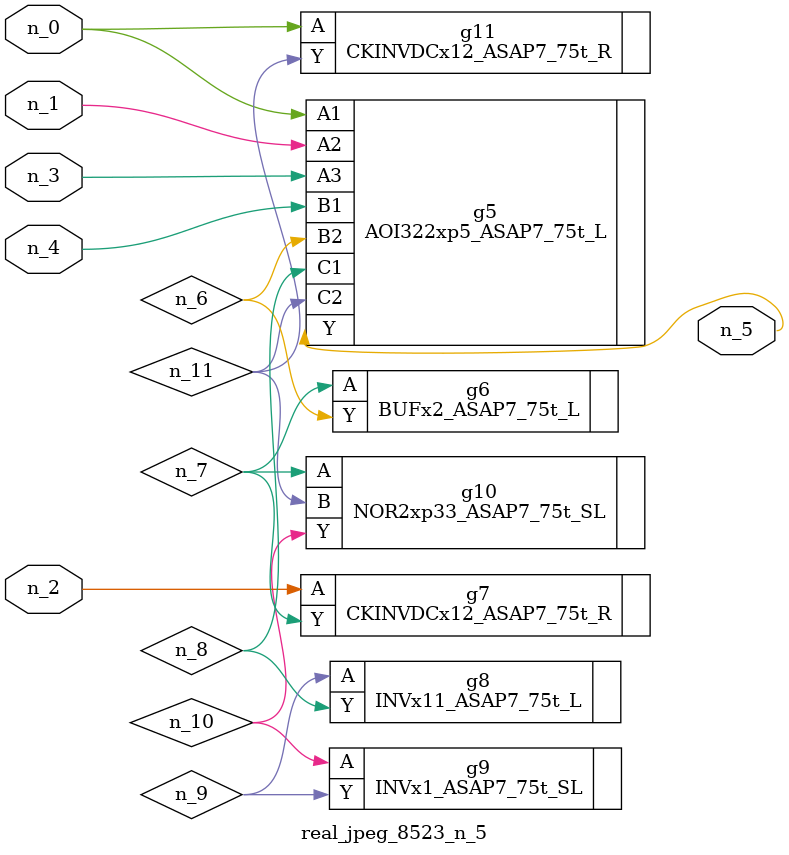
<source format=v>
module real_jpeg_8523_n_5 (n_4, n_0, n_1, n_2, n_3, n_5);

input n_4;
input n_0;
input n_1;
input n_2;
input n_3;

output n_5;

wire n_8;
wire n_11;
wire n_6;
wire n_7;
wire n_10;
wire n_9;

AOI322xp5_ASAP7_75t_L g5 ( 
.A1(n_0),
.A2(n_1),
.A3(n_3),
.B1(n_4),
.B2(n_6),
.C1(n_8),
.C2(n_11),
.Y(n_5)
);

CKINVDCx12_ASAP7_75t_R g11 ( 
.A(n_0),
.Y(n_11)
);

CKINVDCx12_ASAP7_75t_R g7 ( 
.A(n_2),
.Y(n_7)
);

BUFx2_ASAP7_75t_L g6 ( 
.A(n_7),
.Y(n_6)
);

NOR2xp33_ASAP7_75t_SL g10 ( 
.A(n_7),
.B(n_11),
.Y(n_10)
);

INVx11_ASAP7_75t_L g8 ( 
.A(n_9),
.Y(n_8)
);

INVx1_ASAP7_75t_SL g9 ( 
.A(n_10),
.Y(n_9)
);


endmodule
</source>
